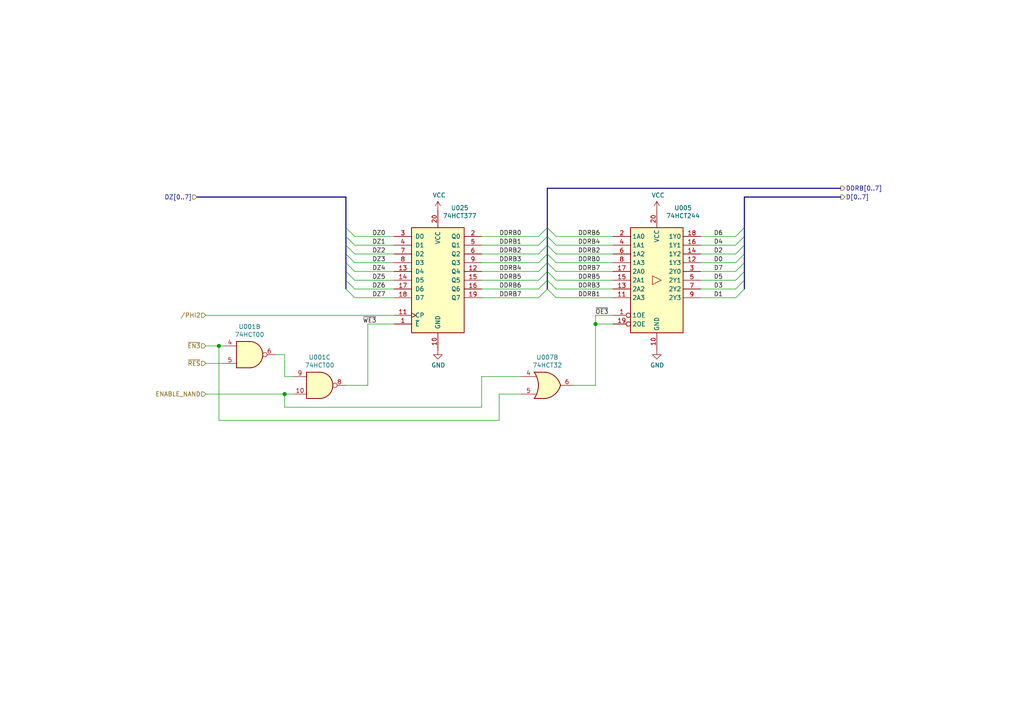
<source format=kicad_sch>
(kicad_sch (version 20211123) (generator eeschema)
  (paper "A4")
  (title_block (title "74HCT6526 Board 0") (date "2023-01-22") (rev "0.2.0") (company "Daniel Molina") (comment 1 "https://github.com/dmolinagarcia/74HCT6526"))
  (lib_symbols
    (symbol "74xx:74HCT00_3" (pin_names (offset 1.016))
      (property "Reference" "U" (at 0 1.27 0))
      (property "Value" "74HCT00" (at 0 -1.27 0))
      (symbol "74HCT00_3_1_1"
        (arc (start 0 -3.81) (mid 3.81 0) (end 0 3.81) (stroke (width 0.254)) (fill (type background)))
        (polyline (pts (xy 0 3.81) (xy -3.81 3.81) (xy -3.81 -3.81) (xy 0 -3.81)) (stroke (width 0.254)) (fill (type background)))
        (pin input line (at -7.62 2.54 0) (length 3.81) (name "~") (number "1"))
        (pin input line (at -7.62 -2.54 0) (length 3.81) (name "~") (number "2"))
        (pin output inverted (at 7.62 0 180) (length 3.81) (name "~") (number "3"))
      )
      (symbol "74HCT00_3_1_2"
        (arc (start -3.81 -3.81) (mid -2.589 0) (end -3.81 3.81) (stroke (width 0.254)))
        (arc (start -0.6096 -3.81) (mid 2.1855 -2.584) (end 3.81 0) (stroke (width 0.254)) (fill (type background)))
        (polyline (pts (xy -3.81 -3.81) (xy -0.635 -3.81)) (stroke (width 0.254)) (fill (type background)))
        (polyline (pts (xy -3.81 3.81) (xy -0.635 3.81)) (stroke (width 0.254)) (fill (type background)))
        (polyline (pts (xy -0.635 3.81) (xy -3.81 3.81) (xy -3.81 3.81) (xy -3.556 3.4036) (xy -3.0226 2.2606) (xy -2.6924 1.0414) (xy -2.6162 -0.254) (xy -2.7686 -1.4986) (xy -3.175 -2.7178) (xy -3.81 -3.81) (xy -3.81 -3.81) (xy -0.635 -3.81)) (stroke (width -25.4)) (fill (type background)))
        (arc (start 3.81 0) (mid 2.1928 2.5925) (end -0.6096 3.81) (stroke (width 0.254)) (fill (type background)))
        (pin input inverted (at -7.62 2.54 0) (length 4.318) (name "~") (number "1"))
        (pin input inverted (at -7.62 -2.54 0) (length 4.318) (name "~") (number "2"))
        (pin output line (at 7.62 0 180) (length 3.81) (name "~") (number "3"))
      )
      (symbol "74HCT00_3_2_1"
        (arc (start 0 -3.81) (mid 3.81 0) (end 0 3.81) (stroke (width 0.254)) (fill (type background)))
        (polyline (pts (xy 0 3.81) (xy -3.81 3.81) (xy -3.81 -3.81) (xy 0 -3.81)) (stroke (width 0.254)) (fill (type background)))
        (pin input line (at -7.62 2.54 0) (length 3.81) (name "~") (number "4"))
        (pin input line (at -7.62 -2.54 0) (length 3.81) (name "~") (number "5"))
        (pin output inverted (at 7.62 0 180) (length 3.81) (name "~") (number "6"))
      )
      (symbol "74HCT00_3_2_2"
        (arc (start -3.81 -3.81) (mid -2.589 0) (end -3.81 3.81) (stroke (width 0.254)))
        (arc (start -0.6096 -3.81) (mid 2.1855 -2.584) (end 3.81 0) (stroke (width 0.254)) (fill (type background)))
        (polyline (pts (xy -3.81 -3.81) (xy -0.635 -3.81)) (stroke (width 0.254)) (fill (type background)))
        (polyline (pts (xy -3.81 3.81) (xy -0.635 3.81)) (stroke (width 0.254)) (fill (type background)))
        (polyline (pts (xy -0.635 3.81) (xy -3.81 3.81) (xy -3.81 3.81) (xy -3.556 3.4036) (xy -3.0226 2.2606) (xy -2.6924 1.0414) (xy -2.6162 -0.254) (xy -2.7686 -1.4986) (xy -3.175 -2.7178) (xy -3.81 -3.81) (xy -3.81 -3.81) (xy -0.635 -3.81)) (stroke (width -25.4)) (fill (type background)))
        (arc (start 3.81 0) (mid 2.1928 2.5925) (end -0.6096 3.81) (stroke (width 0.254)) (fill (type background)))
        (pin input inverted (at -7.62 2.54 0) (length 4.318) (name "~") (number "4"))
        (pin input inverted (at -7.62 -2.54 0) (length 4.318) (name "~") (number "5"))
        (pin output line (at 7.62 0 180) (length 3.81) (name "~") (number "6"))
      )
      (symbol "74HCT00_3_3_1"
        (arc (start 0 -3.81) (mid 3.81 0) (end 0 3.81) (stroke (width 0.254)) (fill (type background)))
        (polyline (pts (xy 0 3.81) (xy -3.81 3.81) (xy -3.81 -3.81) (xy 0 -3.81)) (stroke (width 0.254)) (fill (type background)))
        (pin input line (at -7.62 -2.54 0) (length 3.81) (name "~") (number "10"))
        (pin output inverted (at 7.62 0 180) (length 3.81) (name "~") (number "8"))
        (pin input line (at -7.62 2.54 0) (length 3.81) (name "~") (number "9"))
      )
      (symbol "74HCT00_3_3_2"
        (arc (start -3.81 -3.81) (mid -2.589 0) (end -3.81 3.81) (stroke (width 0.254)))
        (arc (start -0.6096 -3.81) (mid 2.1855 -2.584) (end 3.81 0) (stroke (width 0.254)) (fill (type background)))
        (polyline (pts (xy -3.81 -3.81) (xy -0.635 -3.81)) (stroke (width 0.254)) (fill (type background)))
        (polyline (pts (xy -3.81 3.81) (xy -0.635 3.81)) (stroke (width 0.254)) (fill (type background)))
        (polyline (pts (xy -0.635 3.81) (xy -3.81 3.81) (xy -3.81 3.81) (xy -3.556 3.4036) (xy -3.0226 2.2606) (xy -2.6924 1.0414) (xy -2.6162 -0.254) (xy -2.7686 -1.4986) (xy -3.175 -2.7178) (xy -3.81 -3.81) (xy -3.81 -3.81) (xy -0.635 -3.81)) (stroke (width -25.4)) (fill (type background)))
        (arc (start 3.81 0) (mid 2.1928 2.5925) (end -0.6096 3.81) (stroke (width 0.254)) (fill (type background)))
        (pin input inverted (at -7.62 -2.54 0) (length 4.318) (name "~") (number "10"))
        (pin output line (at 7.62 0 180) (length 3.81) (name "~") (number "8"))
        (pin input inverted (at -7.62 2.54 0) (length 4.318) (name "~") (number "9"))
      )
      (symbol "74HCT00_3_4_1"
        (arc (start 0 -3.81) (mid 3.81 0) (end 0 3.81) (stroke (width 0.254)) (fill (type background)))
        (polyline (pts (xy 0 3.81) (xy -3.81 3.81) (xy -3.81 -3.81) (xy 0 -3.81)) (stroke (width 0.254)) (fill (type background)))
        (pin output inverted (at 7.62 0 180) (length 3.81) (name "~") (number "11"))
        (pin input line (at -7.62 2.54 0) (length 3.81) (name "~") (number "12"))
        (pin input line (at -7.62 -2.54 0) (length 3.81) (name "~") (number "13"))
      )
      (symbol "74HCT00_3_4_2"
        (arc (start -3.81 -3.81) (mid -2.589 0) (end -3.81 3.81) (stroke (width 0.254)))
        (arc (start -0.6096 -3.81) (mid 2.1855 -2.584) (end 3.81 0) (stroke (width 0.254)) (fill (type background)))
        (polyline (pts (xy -3.81 -3.81) (xy -0.635 -3.81)) (stroke (width 0.254)) (fill (type background)))
        (polyline (pts (xy -3.81 3.81) (xy -0.635 3.81)) (stroke (width 0.254)) (fill (type background)))
        (polyline (pts (xy -0.635 3.81) (xy -3.81 3.81) (xy -3.81 3.81) (xy -3.556 3.4036) (xy -3.0226 2.2606) (xy -2.6924 1.0414) (xy -2.6162 -0.254) (xy -2.7686 -1.4986) (xy -3.175 -2.7178) (xy -3.81 -3.81) (xy -3.81 -3.81) (xy -0.635 -3.81)) (stroke (width -25.4)) (fill (type background)))
        (arc (start 3.81 0) (mid 2.1928 2.5925) (end -0.6096 3.81) (stroke (width 0.254)) (fill (type background)))
        (pin output line (at 7.62 0 180) (length 3.81) (name "~") (number "11"))
        (pin input inverted (at -7.62 2.54 0) (length 4.318) (name "~") (number "12"))
        (pin input inverted (at -7.62 -2.54 0) (length 4.318) (name "~") (number "13"))
      )
      (symbol "74HCT00_3_5_0"
        (pin power_in line (at 0 12.7 270) (length 5.08) (name "VCC") (number "14"))
        (pin power_in line (at 0 -12.7 90) (length 5.08) (name "GND") (number "7"))
      )
      (symbol "74HCT00_3_5_1"
        (rectangle (start -5.08 7.62) (end 5.08 -7.62) (stroke (width 0.254)) (fill (type background)))
      )
    )
    (symbol "74xx:74HCT00_4" (pin_names (offset 1.016))
      (property "Reference" "U" (at 0 1.27 0))
      (property "Value" "74HCT00" (at 0 -1.27 0))
      (symbol "74HCT00_4_1_1"
        (arc (start 0 -3.81) (mid 3.81 0) (end 0 3.81) (stroke (width 0.254)) (fill (type background)))
        (polyline (pts (xy 0 3.81) (xy -3.81 3.81) (xy -3.81 -3.81) (xy 0 -3.81)) (stroke (width 0.254)) (fill (type background)))
        (pin input line (at -7.62 2.54 0) (length 3.81) (name "~") (number "1"))
        (pin input line (at -7.62 -2.54 0) (length 3.81) (name "~") (number "2"))
        (pin output inverted (at 7.62 0 180) (length 3.81) (name "~") (number "3"))
      )
      (symbol "74HCT00_4_1_2"
        (arc (start -3.81 -3.81) (mid -2.589 0) (end -3.81 3.81) (stroke (width 0.254)))
        (arc (start -0.6096 -3.81) (mid 2.1855 -2.584) (end 3.81 0) (stroke (width 0.254)) (fill (type background)))
        (polyline (pts (xy -3.81 -3.81) (xy -0.635 -3.81)) (stroke (width 0.254)) (fill (type background)))
        (polyline (pts (xy -3.81 3.81) (xy -0.635 3.81)) (stroke (width 0.254)) (fill (type background)))
        (polyline (pts (xy -0.635 3.81) (xy -3.81 3.81) (xy -3.81 3.81) (xy -3.556 3.4036) (xy -3.0226 2.2606) (xy -2.6924 1.0414) (xy -2.6162 -0.254) (xy -2.7686 -1.4986) (xy -3.175 -2.7178) (xy -3.81 -3.81) (xy -3.81 -3.81) (xy -0.635 -3.81)) (stroke (width -25.4)) (fill (type background)))
        (arc (start 3.81 0) (mid 2.1928 2.5925) (end -0.6096 3.81) (stroke (width 0.254)) (fill (type background)))
        (pin input inverted (at -7.62 2.54 0) (length 4.318) (name "~") (number "1"))
        (pin input inverted (at -7.62 -2.54 0) (length 4.318) (name "~") (number "2"))
        (pin output line (at 7.62 0 180) (length 3.81) (name "~") (number "3"))
      )
      (symbol "74HCT00_4_2_1"
        (arc (start 0 -3.81) (mid 3.81 0) (end 0 3.81) (stroke (width 0.254)) (fill (type background)))
        (polyline (pts (xy 0 3.81) (xy -3.81 3.81) (xy -3.81 -3.81) (xy 0 -3.81)) (stroke (width 0.254)) (fill (type background)))
        (pin input line (at -7.62 2.54 0) (length 3.81) (name "~") (number "4"))
        (pin input line (at -7.62 -2.54 0) (length 3.81) (name "~") (number "5"))
        (pin output inverted (at 7.62 0 180) (length 3.81) (name "~") (number "6"))
      )
      (symbol "74HCT00_4_2_2"
        (arc (start -3.81 -3.81) (mid -2.589 0) (end -3.81 3.81) (stroke (width 0.254)))
        (arc (start -0.6096 -3.81) (mid 2.1855 -2.584) (end 3.81 0) (stroke (width 0.254)) (fill (type background)))
        (polyline (pts (xy -3.81 -3.81) (xy -0.635 -3.81)) (stroke (width 0.254)) (fill (type background)))
        (polyline (pts (xy -3.81 3.81) (xy -0.635 3.81)) (stroke (width 0.254)) (fill (type background)))
        (polyline (pts (xy -0.635 3.81) (xy -3.81 3.81) (xy -3.81 3.81) (xy -3.556 3.4036) (xy -3.0226 2.2606) (xy -2.6924 1.0414) (xy -2.6162 -0.254) (xy -2.7686 -1.4986) (xy -3.175 -2.7178) (xy -3.81 -3.81) (xy -3.81 -3.81) (xy -0.635 -3.81)) (stroke (width -25.4)) (fill (type background)))
        (arc (start 3.81 0) (mid 2.1928 2.5925) (end -0.6096 3.81) (stroke (width 0.254)) (fill (type background)))
        (pin input inverted (at -7.62 2.54 0) (length 4.318) (name "~") (number "4"))
        (pin input inverted (at -7.62 -2.54 0) (length 4.318) (name "~") (number "5"))
        (pin output line (at 7.62 0 180) (length 3.81) (name "~") (number "6"))
      )
      (symbol "74HCT00_4_3_1"
        (arc (start 0 -3.81) (mid 3.81 0) (end 0 3.81) (stroke (width 0.254)) (fill (type background)))
        (polyline (pts (xy 0 3.81) (xy -3.81 3.81) (xy -3.81 -3.81) (xy 0 -3.81)) (stroke (width 0.254)) (fill (type background)))
        (pin input line (at -7.62 -2.54 0) (length 3.81) (name "~") (number "10"))
        (pin output inverted (at 7.62 0 180) (length 3.81) (name "~") (number "8"))
        (pin input line (at -7.62 2.54 0) (length 3.81) (name "~") (number "9"))
      )
      (symbol "74HCT00_4_3_2"
        (arc (start -3.81 -3.81) (mid -2.589 0) (end -3.81 3.81) (stroke (width 0.254)))
        (arc (start -0.6096 -3.81) (mid 2.1855 -2.584) (end 3.81 0) (stroke (width 0.254)) (fill (type background)))
        (polyline (pts (xy -3.81 -3.81) (xy -0.635 -3.81)) (stroke (width 0.254)) (fill (type background)))
        (polyline (pts (xy -3.81 3.81) (xy -0.635 3.81)) (stroke (width 0.254)) (fill (type background)))
        (polyline (pts (xy -0.635 3.81) (xy -3.81 3.81) (xy -3.81 3.81) (xy -3.556 3.4036) (xy -3.0226 2.2606) (xy -2.6924 1.0414) (xy -2.6162 -0.254) (xy -2.7686 -1.4986) (xy -3.175 -2.7178) (xy -3.81 -3.81) (xy -3.81 -3.81) (xy -0.635 -3.81)) (stroke (width -25.4)) (fill (type background)))
        (arc (start 3.81 0) (mid 2.1928 2.5925) (end -0.6096 3.81) (stroke (width 0.254)) (fill (type background)))
        (pin input inverted (at -7.62 -2.54 0) (length 4.318) (name "~") (number "10"))
        (pin output line (at 7.62 0 180) (length 3.81) (name "~") (number "8"))
        (pin input inverted (at -7.62 2.54 0) (length 4.318) (name "~") (number "9"))
      )
      (symbol "74HCT00_4_4_1"
        (arc (start 0 -3.81) (mid 3.81 0) (end 0 3.81) (stroke (width 0.254)) (fill (type background)))
        (polyline (pts (xy 0 3.81) (xy -3.81 3.81) (xy -3.81 -3.81) (xy 0 -3.81)) (stroke (width 0.254)) (fill (type background)))
        (pin output inverted (at 7.62 0 180) (length 3.81) (name "~") (number "11"))
        (pin input line (at -7.62 2.54 0) (length 3.81) (name "~") (number "12"))
        (pin input line (at -7.62 -2.54 0) (length 3.81) (name "~") (number "13"))
      )
      (symbol "74HCT00_4_4_2"
        (arc (start -3.81 -3.81) (mid -2.589 0) (end -3.81 3.81) (stroke (width 0.254)))
        (arc (start -0.6096 -3.81) (mid 2.1855 -2.584) (end 3.81 0) (stroke (width 0.254)) (fill (type background)))
        (polyline (pts (xy -3.81 -3.81) (xy -0.635 -3.81)) (stroke (width 0.254)) (fill (type background)))
        (polyline (pts (xy -3.81 3.81) (xy -0.635 3.81)) (stroke (width 0.254)) (fill (type background)))
        (polyline (pts (xy -0.635 3.81) (xy -3.81 3.81) (xy -3.81 3.81) (xy -3.556 3.4036) (xy -3.0226 2.2606) (xy -2.6924 1.0414) (xy -2.6162 -0.254) (xy -2.7686 -1.4986) (xy -3.175 -2.7178) (xy -3.81 -3.81) (xy -3.81 -3.81) (xy -0.635 -3.81)) (stroke (width -25.4)) (fill (type background)))
        (arc (start 3.81 0) (mid 2.1928 2.5925) (end -0.6096 3.81) (stroke (width 0.254)) (fill (type background)))
        (pin output line (at 7.62 0 180) (length 3.81) (name "~") (number "11"))
        (pin input inverted (at -7.62 2.54 0) (length 4.318) (name "~") (number "12"))
        (pin input inverted (at -7.62 -2.54 0) (length 4.318) (name "~") (number "13"))
      )
      (symbol "74HCT00_4_5_0"
        (pin power_in line (at 0 12.7 270) (length 5.08) (name "VCC") (number "14"))
        (pin power_in line (at 0 -12.7 90) (length 5.08) (name "GND") (number "7"))
      )
      (symbol "74HCT00_4_5_1"
        (rectangle (start -5.08 7.62) (end 5.08 -7.62) (stroke (width 0.254)) (fill (type background)))
      )
    )
    (symbol "74xx:74HCT244"
      (property "Reference" "U" (at -7.62 16.51 0))
      (property "Value" "74HCT244" (at -7.62 -16.51 0))
      (symbol "74HCT244_1_0"
        (polyline (pts (xy 1.27 0) (xy -1.27 1.27) (xy -1.27 -1.27) (xy 1.27 0)) (stroke (width 0.1524)))
        (pin input inverted (at -12.7 -10.16 0) (length 5.08) (name "1OE") (number "1"))
        (pin power_in line (at 0 -20.32 90) (length 5.08) (name "GND") (number "10"))
        (pin input line (at -12.7 -5.08 0) (length 5.08) (name "2A3") (number "11"))
        (pin tri_state line (at 12.7 5.08 180) (length 5.08) (name "1Y3") (number "12"))
        (pin input line (at -12.7 -2.54 0) (length 5.08) (name "2A2") (number "13"))
        (pin tri_state line (at 12.7 7.62 180) (length 5.08) (name "1Y2") (number "14"))
        (pin input line (at -12.7 0 0) (length 5.08) (name "2A1") (number "15"))
        (pin tri_state line (at 12.7 10.16 180) (length 5.08) (name "1Y1") (number "16"))
        (pin input line (at -12.7 2.54 0) (length 5.08) (name "2A0") (number "17"))
        (pin tri_state line (at 12.7 12.7 180) (length 5.08) (name "1Y0") (number "18"))
        (pin input inverted (at -12.7 -12.7 0) (length 5.08) (name "2OE") (number "19"))
        (pin input line (at -12.7 12.7 0) (length 5.08) (name "1A0") (number "2"))
        (pin power_in line (at 0 20.32 270) (length 5.08) (name "VCC") (number "20"))
        (pin tri_state line (at 12.7 2.54 180) (length 5.08) (name "2Y0") (number "3"))
        (pin input line (at -12.7 10.16 0) (length 5.08) (name "1A1") (number "4"))
        (pin tri_state line (at 12.7 0 180) (length 5.08) (name "2Y1") (number "5"))
        (pin input line (at -12.7 7.62 0) (length 5.08) (name "1A2") (number "6"))
        (pin tri_state line (at 12.7 -2.54 180) (length 5.08) (name "2Y2") (number "7"))
        (pin input line (at -12.7 5.08 0) (length 5.08) (name "1A3") (number "8"))
        (pin tri_state line (at 12.7 -5.08 180) (length 5.08) (name "2Y3") (number "9"))
      )
      (symbol "74HCT244_1_1"
        (rectangle (start -7.62 15.24) (end 7.62 -15.24) (stroke (width 0.254)) (fill (type background)))
      )
    )
    (symbol "74xx:74LS32" (pin_names (offset 1.016))
      (property "Reference" "U" (at 0 1.27 0))
      (property "Value" "74LS32" (at 0 -1.27 0))
      (symbol "74LS32_1_1"
        (arc (start -3.81 -3.81) (mid -2.589 0) (end -3.81 3.81) (stroke (width 0.254)))
        (arc (start -0.6096 -3.81) (mid 2.1855 -2.584) (end 3.81 0) (stroke (width 0.254)) (fill (type background)))
        (polyline (pts (xy -3.81 -3.81) (xy -0.635 -3.81)) (stroke (width 0.254)) (fill (type background)))
        (polyline (pts (xy -3.81 3.81) (xy -0.635 3.81)) (stroke (width 0.254)) (fill (type background)))
        (polyline (pts (xy -0.635 3.81) (xy -3.81 3.81) (xy -3.81 3.81) (xy -3.556 3.4036) (xy -3.0226 2.2606) (xy -2.6924 1.0414) (xy -2.6162 -0.254) (xy -2.7686 -1.4986) (xy -3.175 -2.7178) (xy -3.81 -3.81) (xy -3.81 -3.81) (xy -0.635 -3.81)) (stroke (width -25.4)) (fill (type background)))
        (arc (start 3.81 0) (mid 2.1928 2.5925) (end -0.6096 3.81) (stroke (width 0.254)) (fill (type background)))
        (pin input line (at -7.62 2.54 0) (length 4.318) (name "~") (number "1"))
        (pin input line (at -7.62 -2.54 0) (length 4.318) (name "~") (number "2"))
        (pin output line (at 7.62 0 180) (length 3.81) (name "~") (number "3"))
      )
      (symbol "74LS32_1_2"
        (arc (start 0 -3.81) (mid 3.81 0) (end 0 3.81) (stroke (width 0.254)) (fill (type background)))
        (polyline (pts (xy 0 3.81) (xy -3.81 3.81) (xy -3.81 -3.81) (xy 0 -3.81)) (stroke (width 0.254)) (fill (type background)))
        (pin input inverted (at -7.62 2.54 0) (length 3.81) (name "~") (number "1"))
        (pin input inverted (at -7.62 -2.54 0) (length 3.81) (name "~") (number "2"))
        (pin output inverted (at 7.62 0 180) (length 3.81) (name "~") (number "3"))
      )
      (symbol "74LS32_2_1"
        (arc (start -3.81 -3.81) (mid -2.589 0) (end -3.81 3.81) (stroke (width 0.254)))
        (arc (start -0.6096 -3.81) (mid 2.1855 -2.584) (end 3.81 0) (stroke (width 0.254)) (fill (type background)))
        (polyline (pts (xy -3.81 -3.81) (xy -0.635 -3.81)) (stroke (width 0.254)) (fill (type background)))
        (polyline (pts (xy -3.81 3.81) (xy -0.635 3.81)) (stroke (width 0.254)) (fill (type background)))
        (polyline (pts (xy -0.635 3.81) (xy -3.81 3.81) (xy -3.81 3.81) (xy -3.556 3.4036) (xy -3.0226 2.2606) (xy -2.6924 1.0414) (xy -2.6162 -0.254) (xy -2.7686 -1.4986) (xy -3.175 -2.7178) (xy -3.81 -3.81) (xy -3.81 -3.81) (xy -0.635 -3.81)) (stroke (width -25.4)) (fill (type background)))
        (arc (start 3.81 0) (mid 2.1928 2.5925) (end -0.6096 3.81) (stroke (width 0.254)) (fill (type background)))
        (pin input line (at -7.62 2.54 0) (length 4.318) (name "~") (number "4"))
        (pin input line (at -7.62 -2.54 0) (length 4.318) (name "~") (number "5"))
        (pin output line (at 7.62 0 180) (length 3.81) (name "~") (number "6"))
      )
      (symbol "74LS32_2_2"
        (arc (start 0 -3.81) (mid 3.81 0) (end 0 3.81) (stroke (width 0.254)) (fill (type background)))
        (polyline (pts (xy 0 3.81) (xy -3.81 3.81) (xy -3.81 -3.81) (xy 0 -3.81)) (stroke (width 0.254)) (fill (type background)))
        (pin input inverted (at -7.62 2.54 0) (length 3.81) (name "~") (number "4"))
        (pin input inverted (at -7.62 -2.54 0) (length 3.81) (name "~") (number "5"))
        (pin output inverted (at 7.62 0 180) (length 3.81) (name "~") (number "6"))
      )
      (symbol "74LS32_3_1"
        (arc (start -3.81 -3.81) (mid -2.589 0) (end -3.81 3.81) (stroke (width 0.254)))
        (arc (start -0.6096 -3.81) (mid 2.1855 -2.584) (end 3.81 0) (stroke (width 0.254)) (fill (type background)))
        (polyline (pts (xy -3.81 -3.81) (xy -0.635 -3.81)) (stroke (width 0.254)) (fill (type background)))
        (polyline (pts (xy -3.81 3.81) (xy -0.635 3.81)) (stroke (width 0.254)) (fill (type background)))
        (polyline (pts (xy -0.635 3.81) (xy -3.81 3.81) (xy -3.81 3.81) (xy -3.556 3.4036) (xy -3.0226 2.2606) (xy -2.6924 1.0414) (xy -2.6162 -0.254) (xy -2.7686 -1.4986) (xy -3.175 -2.7178) (xy -3.81 -3.81) (xy -3.81 -3.81) (xy -0.635 -3.81)) (stroke (width -25.4)) (fill (type background)))
        (arc (start 3.81 0) (mid 2.1928 2.5925) (end -0.6096 3.81) (stroke (width 0.254)) (fill (type background)))
        (pin input line (at -7.62 -2.54 0) (length 4.318) (name "~") (number "10"))
        (pin output line (at 7.62 0 180) (length 3.81) (name "~") (number "8"))
        (pin input line (at -7.62 2.54 0) (length 4.318) (name "~") (number "9"))
      )
      (symbol "74LS32_3_2"
        (arc (start 0 -3.81) (mid 3.81 0) (end 0 3.81) (stroke (width 0.254)) (fill (type background)))
        (polyline (pts (xy 0 3.81) (xy -3.81 3.81) (xy -3.81 -3.81) (xy 0 -3.81)) (stroke (width 0.254)) (fill (type background)))
        (pin input inverted (at -7.62 -2.54 0) (length 3.81) (name "~") (number "10"))
        (pin output inverted (at 7.62 0 180) (length 3.81) (name "~") (number "8"))
        (pin input inverted (at -7.62 2.54 0) (length 3.81) (name "~") (number "9"))
      )
      (symbol "74LS32_4_1"
        (arc (start -3.81 -3.81) (mid -2.589 0) (end -3.81 3.81) (stroke (width 0.254)))
        (arc (start -0.6096 -3.81) (mid 2.1855 -2.584) (end 3.81 0) (stroke (width 0.254)) (fill (type background)))
        (polyline (pts (xy -3.81 -3.81) (xy -0.635 -3.81)) (stroke (width 0.254)) (fill (type background)))
        (polyline (pts (xy -3.81 3.81) (xy -0.635 3.81)) (stroke (width 0.254)) (fill (type background)))
        (polyline (pts (xy -0.635 3.81) (xy -3.81 3.81) (xy -3.81 3.81) (xy -3.556 3.4036) (xy -3.0226 2.2606) (xy -2.6924 1.0414) (xy -2.6162 -0.254) (xy -2.7686 -1.4986) (xy -3.175 -2.7178) (xy -3.81 -3.81) (xy -3.81 -3.81) (xy -0.635 -3.81)) (stroke (width -25.4)) (fill (type background)))
        (arc (start 3.81 0) (mid 2.1928 2.5925) (end -0.6096 3.81) (stroke (width 0.254)) (fill (type background)))
        (pin output line (at 7.62 0 180) (length 3.81) (name "~") (number "11"))
        (pin input line (at -7.62 2.54 0) (length 4.318) (name "~") (number "12"))
        (pin input line (at -7.62 -2.54 0) (length 4.318) (name "~") (number "13"))
      )
      (symbol "74LS32_4_2"
        (arc (start 0 -3.81) (mid 3.81 0) (end 0 3.81) (stroke (width 0.254)) (fill (type background)))
        (polyline (pts (xy 0 3.81) (xy -3.81 3.81) (xy -3.81 -3.81) (xy 0 -3.81)) (stroke (width 0.254)) (fill (type background)))
        (pin output inverted (at 7.62 0 180) (length 3.81) (name "~") (number "11"))
        (pin input inverted (at -7.62 2.54 0) (length 3.81) (name "~") (number "12"))
        (pin input inverted (at -7.62 -2.54 0) (length 3.81) (name "~") (number "13"))
      )
      (symbol "74LS32_5_0"
        (pin power_in line (at 0 12.7 270) (length 5.08) (name "VCC") (number "14"))
        (pin power_in line (at 0 -12.7 90) (length 5.08) (name "GND") (number "7"))
      )
      (symbol "74LS32_5_1"
        (rectangle (start -5.08 7.62) (end 5.08 -7.62) (stroke (width 0.254)) (fill (type background)))
      )
    )
    (symbol "74xx:74LS377" (pin_names (offset 1.016))
      (property "Reference" "U" (at -7.62 16.51 0))
      (property "Value" "74LS377" (at -7.62 -16.51 0))
      (symbol "74LS377_1_0"
        (pin input line (at -12.7 -12.7 0) (length 5.08) (name "~{E}") (number "1"))
        (pin power_in line (at 0 -20.32 90) (length 5.08) (name "GND") (number "10"))
        (pin input clock (at -12.7 -10.16 0) (length 5.08) (name "CP") (number "11"))
        (pin output line (at 12.7 2.54 180) (length 5.08) (name "Q4") (number "12"))
        (pin input line (at -12.7 2.54 0) (length 5.08) (name "D4") (number "13"))
        (pin input line (at -12.7 0 0) (length 5.08) (name "D5") (number "14"))
        (pin output line (at 12.7 0 180) (length 5.08) (name "Q5") (number "15"))
        (pin output line (at 12.7 -2.54 180) (length 5.08) (name "Q6") (number "16"))
        (pin input line (at -12.7 -2.54 0) (length 5.08) (name "D6") (number "17"))
        (pin input line (at -12.7 -5.08 0) (length 5.08) (name "D7") (number "18"))
        (pin output line (at 12.7 -5.08 180) (length 5.08) (name "Q7") (number "19"))
        (pin output line (at 12.7 12.7 180) (length 5.08) (name "Q0") (number "2"))
        (pin power_in line (at 0 20.32 270) (length 5.08) (name "VCC") (number "20"))
        (pin input line (at -12.7 12.7 0) (length 5.08) (name "D0") (number "3"))
        (pin input line (at -12.7 10.16 0) (length 5.08) (name "D1") (number "4"))
        (pin output line (at 12.7 10.16 180) (length 5.08) (name "Q1") (number "5"))
        (pin output line (at 12.7 7.62 180) (length 5.08) (name "Q2") (number "6"))
        (pin input line (at -12.7 7.62 0) (length 5.08) (name "D2") (number "7"))
        (pin input line (at -12.7 5.08 0) (length 5.08) (name "D3") (number "8"))
        (pin output line (at 12.7 5.08 180) (length 5.08) (name "Q3") (number "9"))
      )
      (symbol "74LS377_1_1"
        (rectangle (start -7.62 15.24) (end 7.62 -15.24) (stroke (width 0.254)) (fill (type background)))
      )
    )
    (symbol "power:GND" (power) (pin_names (offset 0))
      (property "Value" "GND" (at 0 -3.81 0))
      (symbol "GND_0_1"
        (polyline (pts (xy 0 0) (xy 0 -1.27) (xy 1.27 -1.27) (xy 0 -2.54) (xy -1.27 -1.27) (xy 0 -1.27)))
      )
      (symbol "GND_1_1"
        (pin power_in line (at 0 0 270) (length 0) hide (name "GND") (number "1"))
      )
    )
    (symbol "power:VCC" (power) (pin_names (offset 0))
      (property "Value" "VCC" (at 0 3.81 0))
      (symbol "VCC_0_1"
        (polyline (pts (xy -0.762 1.27) (xy 0 2.54)))
        (polyline (pts (xy 0 0) (xy 0 2.54)))
        (polyline (pts (xy 0 2.54) (xy 0.762 1.27)))
      )
      (symbol "VCC_1_1"
        (pin power_in line (at 0 0 90) (length 0) hide (name "VCC") (number "1"))
      )
    )
  )
  (junction (at 82.55 114.3) (diameter 1.016))
  (junction (at 63.5 100.33) (diameter 1.016))
  (junction (at 172.72 93.98) (diameter 1.016))
  (bus_entry (at 215.9 66.04) (size -2.54 2.54) (stroke (width 0.1524)))
  (bus_entry (at 100.33 71.12) (size 2.54 2.54) (stroke (width 0.1524)))
  (bus_entry (at 215.9 76.2) (size -2.54 2.54) (stroke (width 0.1524)))
  (bus_entry (at 100.33 78.74) (size 2.54 2.54) (stroke (width 0.1524)))
  (bus_entry (at 158.75 78.74) (size -2.54 2.54) (stroke (width 0.1524)))
  (bus_entry (at 158.75 83.82) (size -2.54 2.54) (stroke (width 0.1524)))
  (bus_entry (at 100.33 73.66) (size 2.54 2.54) (stroke (width 0.1524)))
  (bus_entry (at 158.75 81.28) (size 2.54 2.54) (stroke (width 0.1524)))
  (bus_entry (at 158.75 81.28) (size -2.54 2.54) (stroke (width 0.1524)))
  (bus_entry (at 158.75 83.82) (size 2.54 2.54) (stroke (width 0.1524)))
  (bus_entry (at 215.9 71.12) (size -2.54 2.54) (stroke (width 0.1524)))
  (bus_entry (at 215.9 81.28) (size -2.54 2.54) (stroke (width 0.1524)))
  (bus_entry (at 215.9 73.66) (size -2.54 2.54) (stroke (width 0.1524)))
  (bus_entry (at 158.75 76.2) (size -2.54 2.54) (stroke (width 0.1524)))
  (bus_entry (at 100.33 81.28) (size 2.54 2.54) (stroke (width 0.1524)))
  (bus_entry (at 158.75 68.58) (size -2.54 2.54) (stroke (width 0.1524)))
  (bus_entry (at 158.75 66.04) (size -2.54 2.54) (stroke (width 0.1524)))
  (bus_entry (at 158.75 71.12) (size 2.54 2.54) (stroke (width 0.1524)))
  (bus_entry (at 158.75 73.66) (size -2.54 2.54) (stroke (width 0.1524)))
  (bus_entry (at 100.33 83.82) (size 2.54 2.54) (stroke (width 0.1524)))
  (bus_entry (at 100.33 76.2) (size 2.54 2.54) (stroke (width 0.1524)))
  (bus_entry (at 215.9 83.82) (size -2.54 2.54) (stroke (width 0.1524)))
  (bus_entry (at 215.9 78.74) (size -2.54 2.54) (stroke (width 0.1524)))
  (bus_entry (at 158.75 76.2) (size 2.54 2.54) (stroke (width 0.1524)))
  (bus_entry (at 158.75 73.66) (size 2.54 2.54) (stroke (width 0.1524)))
  (bus_entry (at 158.75 68.58) (size 2.54 2.54) (stroke (width 0.1524)))
  (bus_entry (at 158.75 78.74) (size 2.54 2.54) (stroke (width 0.1524)))
  (bus_entry (at 215.9 68.58) (size -2.54 2.54) (stroke (width 0.1524)))
  (bus_entry (at 158.75 66.04) (size 2.54 2.54) (stroke (width 0.1524)))
  (bus_entry (at 158.75 71.12) (size -2.54 2.54) (stroke (width 0.1524)))
  (bus_entry (at 100.33 66.04) (size 2.54 2.54) (stroke (width 0.1524)))
  (bus_entry (at 100.33 68.58) (size 2.54 2.54) (stroke (width 0.1524)))
  (wire (pts (xy 82.55 114.3) (xy 82.55 118.11)))
  (bus (pts (xy 215.9 66.04) (xy 215.9 57.15)))
  (wire (pts (xy 203.2 68.58) (xy 213.36 68.58)))
  (wire (pts (xy 139.7 78.74) (xy 156.21 78.74)))
  (wire (pts (xy 161.29 81.28) (xy 177.8 81.28)))
  (wire (pts (xy 161.29 78.74) (xy 177.8 78.74)))
  (wire (pts (xy 139.7 118.11) (xy 139.7 109.22)))
  (wire (pts (xy 106.68 93.98) (xy 114.3 93.98)))
  (wire (pts (xy 80.01 102.87) (xy 82.55 102.87)))
  (bus (pts (xy 158.75 78.74) (xy 158.75 81.28)))
  (wire (pts (xy 161.29 73.66) (xy 177.8 73.66)))
  (bus (pts (xy 158.75 66.04) (xy 158.75 68.58)))
  (bus (pts (xy 215.9 73.66) (xy 215.9 71.12)))
  (bus (pts (xy 100.33 57.15) (xy 100.33 66.04)))
  (bus (pts (xy 215.9 78.74) (xy 215.9 76.2)))
  (wire (pts (xy 100.33 111.76) (xy 106.68 111.76)))
  (bus (pts (xy 100.33 68.58) (xy 100.33 71.12)))
  (wire (pts (xy 139.7 109.22) (xy 151.13 109.22)))
  (wire (pts (xy 102.87 71.12) (xy 114.3 71.12)))
  (bus (pts (xy 158.75 68.58) (xy 158.75 71.12)))
  (wire (pts (xy 59.69 91.44) (xy 114.3 91.44)))
  (wire (pts (xy 203.2 83.82) (xy 213.36 83.82)))
  (bus (pts (xy 100.33 81.28) (xy 100.33 83.82)))
  (wire (pts (xy 102.87 68.58) (xy 114.3 68.58)))
  (wire (pts (xy 102.87 81.28) (xy 114.3 81.28)))
  (bus (pts (xy 100.33 76.2) (xy 100.33 78.74)))
  (wire (pts (xy 82.55 109.22) (xy 85.09 109.22)))
  (wire (pts (xy 82.55 114.3) (xy 85.09 114.3)))
  (wire (pts (xy 172.72 91.44) (xy 177.8 91.44)))
  (wire (pts (xy 203.2 81.28) (xy 213.36 81.28)))
  (wire (pts (xy 203.2 86.36) (xy 213.36 86.36)))
  (wire (pts (xy 203.2 76.2) (xy 213.36 76.2)))
  (wire (pts (xy 203.2 71.12) (xy 213.36 71.12)))
  (wire (pts (xy 139.7 86.36) (xy 156.21 86.36)))
  (wire (pts (xy 102.87 83.82) (xy 114.3 83.82)))
  (wire (pts (xy 139.7 68.58) (xy 156.21 68.58)))
  (bus (pts (xy 215.9 57.15) (xy 243.84 57.15)))
  (wire (pts (xy 161.29 68.58) (xy 177.8 68.58)))
  (wire (pts (xy 59.69 114.3) (xy 82.55 114.3)))
  (wire (pts (xy 166.37 111.76) (xy 172.72 111.76)))
  (bus (pts (xy 215.9 68.58) (xy 215.9 66.04)))
  (bus (pts (xy 158.75 76.2) (xy 158.75 78.74)))
  (bus (pts (xy 158.75 66.04) (xy 158.75 54.61)))
  (wire (pts (xy 172.72 93.98) (xy 177.8 93.98)))
  (wire (pts (xy 82.55 102.87) (xy 82.55 109.22)))
  (wire (pts (xy 106.68 111.76) (xy 106.68 93.98)))
  (bus (pts (xy 215.9 76.2) (xy 215.9 73.66)))
  (wire (pts (xy 102.87 86.36) (xy 114.3 86.36)))
  (wire (pts (xy 172.72 93.98) (xy 172.72 91.44)))
  (wire (pts (xy 144.78 121.92) (xy 144.78 114.3)))
  (bus (pts (xy 215.9 71.12) (xy 215.9 68.58)))
  (wire (pts (xy 161.29 71.12) (xy 177.8 71.12)))
  (wire (pts (xy 102.87 76.2) (xy 114.3 76.2)))
  (bus (pts (xy 158.75 54.61) (xy 243.84 54.61)))
  (wire (pts (xy 59.69 105.41) (xy 64.77 105.41)))
  (bus (pts (xy 158.75 71.12) (xy 158.75 73.66)))
  (wire (pts (xy 102.87 73.66) (xy 114.3 73.66)))
  (bus (pts (xy 100.33 71.12) (xy 100.33 73.66)))
  (bus (pts (xy 100.33 66.04) (xy 100.33 68.58)))
  (bus (pts (xy 158.75 73.66) (xy 158.75 76.2)))
  (wire (pts (xy 139.7 71.12) (xy 156.21 71.12)))
  (bus (pts (xy 158.75 81.28) (xy 158.75 83.82)))
  (wire (pts (xy 82.55 118.11) (xy 139.7 118.11)))
  (wire (pts (xy 144.78 114.3) (xy 151.13 114.3)))
  (wire (pts (xy 139.7 73.66) (xy 156.21 73.66)))
  (bus (pts (xy 57.15 57.15) (xy 100.33 57.15)))
  (bus (pts (xy 100.33 78.74) (xy 100.33 81.28)))
  (bus (pts (xy 100.33 73.66) (xy 100.33 76.2)))
  (wire (pts (xy 139.7 76.2) (xy 156.21 76.2)))
  (bus (pts (xy 215.9 83.82) (xy 215.9 81.28)))
  (wire (pts (xy 102.87 78.74) (xy 114.3 78.74)))
  (wire (pts (xy 203.2 78.74) (xy 213.36 78.74)))
  (bus (pts (xy 215.9 81.28) (xy 215.9 78.74)))
  (wire (pts (xy 203.2 73.66) (xy 213.36 73.66)))
  (wire (pts (xy 59.69 100.33) (xy 63.5 100.33)))
  (wire (pts (xy 139.7 83.82) (xy 156.21 83.82)))
  (wire (pts (xy 63.5 100.33) (xy 63.5 121.92)))
  (wire (pts (xy 161.29 83.82) (xy 177.8 83.82)))
  (wire (pts (xy 172.72 111.76) (xy 172.72 93.98)))
  (wire (pts (xy 139.7 81.28) (xy 156.21 81.28)))
  (wire (pts (xy 161.29 86.36) (xy 177.8 86.36)))
  (wire (pts (xy 63.5 121.92) (xy 144.78 121.92)))
  (wire (pts (xy 63.5 100.33) (xy 64.77 100.33)))
  (wire (pts (xy 161.29 76.2) (xy 177.8 76.2)))
  (label "D2" (at 207.01 73.66 0))
  (label "DZ4" (at 107.95 78.74 0))
  (label "D4" (at 207.01 71.12 0))
  (label "D7" (at 207.01 78.74 0))
  (label "D1" (at 207.01 86.36 0))
  (label "DZ5" (at 107.95 81.28 0))
  (label "DZ3" (at 107.95 76.2 0))
  (label "DZ0" (at 107.95 68.58 0))
  (label "DDRB3" (at 167.64 83.82 0))
  (label "DZ1" (at 107.95 71.12 0))
  (label "DDRB4" (at 144.78 78.74 0))
  (label "DDRB4" (at 167.64 71.12 0))
  (label "D3" (at 207.01 83.82 0))
  (label "DZ7" (at 107.95 86.36 0))
  (label "DZ6" (at 107.95 83.82 0))
  (label "DDRB6" (at 167.64 68.58 0))
  (label "DDRB3" (at 144.78 76.2 0))
  (label "DDRB7" (at 144.78 86.36 0))
  (label "D6" (at 207.01 68.58 0))
  (label "DDRB6" (at 144.78 83.82 0))
  (label "~{WE3}" (at 109.22 93.98 180))
  (label "DZ2" (at 107.95 73.66 0))
  (label "DDRB5" (at 144.78 81.28 0))
  (label "DDRB0" (at 167.64 76.2 0))
  (label "DDRB1" (at 144.78 71.12 0))
  (label "DDRB0" (at 144.78 68.58 0))
  (label "D5" (at 207.01 81.28 0))
  (label "~{OE3}" (at 176.53 91.44 180))
  (label "D0" (at 207.01 76.2 0))
  (label "DDRB1" (at 167.64 86.36 0))
  (label "DDRB7" (at 167.64 78.74 0))
  (label "DDRB5" (at 167.64 81.28 0))
  (label "DDRB2" (at 144.78 73.66 0))
  (label "DDRB2" (at 167.64 73.66 0))
  (hierarchical_label "{slash}PHI2" (shape input) (at 59.69 91.44 180))
  (hierarchical_label "~{RES}" (shape input) (at 59.69 105.41 180))
  (hierarchical_label "D[0..7]" (shape output) (at 243.84 57.15 0))
  (hierarchical_label "DDRB[0..7]" (shape output) (at 243.84 54.61 0))
  (hierarchical_label "DZ[0..7]" (shape input) (at 57.15 57.15 180))
  (hierarchical_label "~{EN3}" (shape input) (at 59.69 100.33 180))
  (hierarchical_label "ENABLE_NAND" (shape input) (at 59.69 114.3 180))
  (symbol (lib_id "power:GND") (at 127 101.6 0) (unit 1)
    (property "Reference" "#PWR010" (effects hide))
    (property "Value" "GND" (at 127.1143 105.9244 0))
  )
  (symbol (lib_id "power:VCC") (at 190.5 60.96 0) (unit 1)
    (property "Reference" "#PWR011" (effects hide))
    (property "Value" "VCC" (at 190.8683 56.6356 0))
  )
  (symbol (lib_id "74xx:74LS32") (at 158.75 111.76 0) (unit 2)
    (property "Reference" "U007" (at 158.75 103.6382 0))
    (property "Value" "74HCT32" (at 158.75 105.9369 0))
    (property "Footprint" "74hct6526.footprints:SO-14" (effects hide))
    (property "Datasheet" "http://www.ti.com/lit/gpn/sn74LS32" (effects hide))
  )
  (symbol (lib_id "74xx:74LS377") (at 127 81.28 0) (unit 1)
    (property "Reference" "U025" (at 133.35 60.3058 0))
    (property "Value" "74HCT377" (at 133.35 62.6045 0))
    (property "Footprint" "74hct6526.footprints:SOIC-20W" (effects hide))
    (property "Datasheet" "http://www.ti.com/lit/gpn/sn74LS377" (effects hide))
  )
  (symbol (lib_name "74xx:74HCT00_4") (lib_id "74xx:74HCT00") (at 92.71 111.76 0) (unit 3)
    (property "Reference" "U001" (at 92.71 103.6382 0))
    (property "Value" "74HCT00" (at 92.71 105.9369 0))
    (property "Footprint" "74hct6526.footprints:SO-14" (effects hide))
    (property "Datasheet" "http://www.ti.com/lit/gpn/sn74hct00" (effects hide))
  )
  (symbol (lib_id "power:VCC") (at 127 60.96 0) (unit 1)
    (property "Reference" "#PWR09" (effects hide))
    (property "Value" "VCC" (at 127.3683 56.6356 0))
  )
  (symbol (lib_id "74xx:74HCT244") (at 190.5 81.28 0) (unit 1)
    (property "Reference" "U005" (at 198.12 60.3058 0))
    (property "Value" "74HCT244" (at 198.12 62.6045 0))
    (property "Footprint" "74hct6526.footprints:SOIC-20W" (effects hide))
    (property "Datasheet" "https://assets.nexperia.com/documents/data-sheet/74HC_HCT244.pdf" (effects hide))
  )
  (symbol (lib_name "74xx:74HCT00_3") (lib_id "74xx:74HCT00") (at 72.39 102.87 0) (unit 2)
    (property "Reference" "U001" (at 72.39 94.7482 0))
    (property "Value" "74HCT00" (at 72.39 97.0469 0))
    (property "Footprint" "74hct6526.footprints:SO-14" (effects hide))
    (property "Datasheet" "http://www.ti.com/lit/gpn/sn74hct00" (effects hide))
  )
  (symbol (lib_id "power:GND") (at 190.5 101.6 0) (unit 1)
    (property "Reference" "#PWR012" (effects hide))
    (property "Value" "GND" (at 190.6143 105.9244 0))
  )
)
</source>
